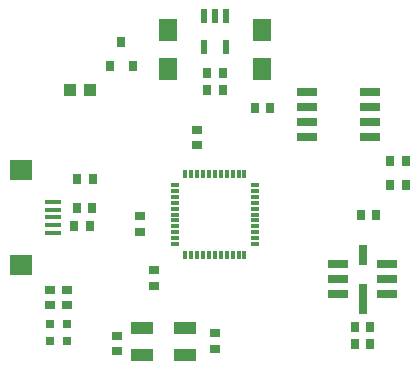
<source format=gtp>
G75*
G70*
%OFA0B0*%
%FSLAX24Y24*%
%IPPOS*%
%LPD*%
%AMOC8*
5,1,8,0,0,1.08239X$1,22.5*
%
%ADD10R,0.0315X0.0118*%
%ADD11R,0.0118X0.0315*%
%ADD12R,0.0748X0.0433*%
%ADD13R,0.0354X0.0276*%
%ADD14R,0.0551X0.0138*%
%ADD15R,0.0748X0.0709*%
%ADD16R,0.0276X0.0354*%
%ADD17R,0.0217X0.0472*%
%ADD18R,0.0630X0.0748*%
%ADD19R,0.0315X0.0354*%
%ADD20R,0.0433X0.0394*%
%ADD21R,0.0315X0.0315*%
%ADD22R,0.0709X0.0315*%
%ADD23R,0.0315X0.0984*%
%ADD24R,0.0315X0.0657*%
%ADD25R,0.0657X0.0315*%
D10*
X006489Y006843D03*
X006489Y007040D03*
X006489Y007237D03*
X006489Y007433D03*
X006489Y007630D03*
X006489Y007827D03*
X006489Y008024D03*
X006489Y008221D03*
X006489Y008418D03*
X006489Y008615D03*
X006489Y008811D03*
X009166Y008811D03*
X009166Y008615D03*
X009166Y008418D03*
X009166Y008221D03*
X009166Y008024D03*
X009166Y007827D03*
X009166Y007630D03*
X009166Y007433D03*
X009166Y007237D03*
X009166Y007040D03*
X009166Y006843D03*
D11*
X008811Y006489D03*
X008615Y006489D03*
X008418Y006489D03*
X008221Y006489D03*
X008024Y006489D03*
X007827Y006489D03*
X007630Y006489D03*
X007433Y006489D03*
X007237Y006489D03*
X007040Y006489D03*
X006843Y006489D03*
X006843Y009166D03*
X007040Y009166D03*
X007237Y009166D03*
X007433Y009166D03*
X007630Y009166D03*
X007827Y009166D03*
X008024Y009166D03*
X008221Y009166D03*
X008418Y009166D03*
X008615Y009166D03*
X008811Y009166D03*
D12*
X006844Y004059D03*
X006844Y003154D03*
X005388Y003154D03*
X005388Y004059D03*
D13*
X004575Y003782D03*
X004575Y003270D03*
X002906Y004815D03*
X002906Y005327D03*
X002315Y005327D03*
X002315Y004815D03*
X005327Y007255D03*
X005327Y007767D03*
X005796Y005965D03*
X005796Y005453D03*
X007813Y003863D03*
X007813Y003351D03*
X007237Y010130D03*
X007237Y010642D03*
D14*
X002412Y008241D03*
X002412Y007985D03*
X002412Y007729D03*
X002412Y007473D03*
X002412Y007217D03*
D15*
X001369Y006154D03*
X001369Y009304D03*
D16*
X003241Y009008D03*
X003752Y009008D03*
X003744Y008044D03*
X003232Y008044D03*
X003133Y007429D03*
X003645Y007429D03*
X007571Y011961D03*
X008083Y011961D03*
X008083Y012552D03*
X007571Y012552D03*
X009146Y011370D03*
X009658Y011370D03*
X012689Y007827D03*
X013201Y007827D03*
X013674Y008811D03*
X014185Y008811D03*
X014185Y009599D03*
X013674Y009599D03*
X013004Y004087D03*
X012493Y004087D03*
X012493Y003496D03*
X013004Y003496D03*
D17*
X008201Y013418D03*
X007453Y013418D03*
X007453Y014441D03*
X007827Y014441D03*
X008201Y014441D03*
D18*
X009402Y013989D03*
X009402Y012689D03*
X006252Y012689D03*
X006252Y013989D03*
D19*
X005083Y012764D03*
X004335Y012764D03*
X004709Y013591D03*
D20*
X003650Y011961D03*
X002981Y011961D03*
D21*
X002315Y003595D03*
X002315Y004185D03*
X002906Y004185D03*
X002906Y003595D03*
D22*
X010911Y010424D03*
X010911Y010924D03*
X010911Y011424D03*
X010911Y011924D03*
X013011Y011924D03*
X013011Y011424D03*
X013011Y010924D03*
X013011Y010424D03*
D23*
X012748Y005012D03*
D24*
X012748Y006475D03*
D25*
X011935Y006162D03*
X011935Y005662D03*
X011935Y005162D03*
X013561Y005162D03*
X013561Y005662D03*
X013561Y006162D03*
M02*

</source>
